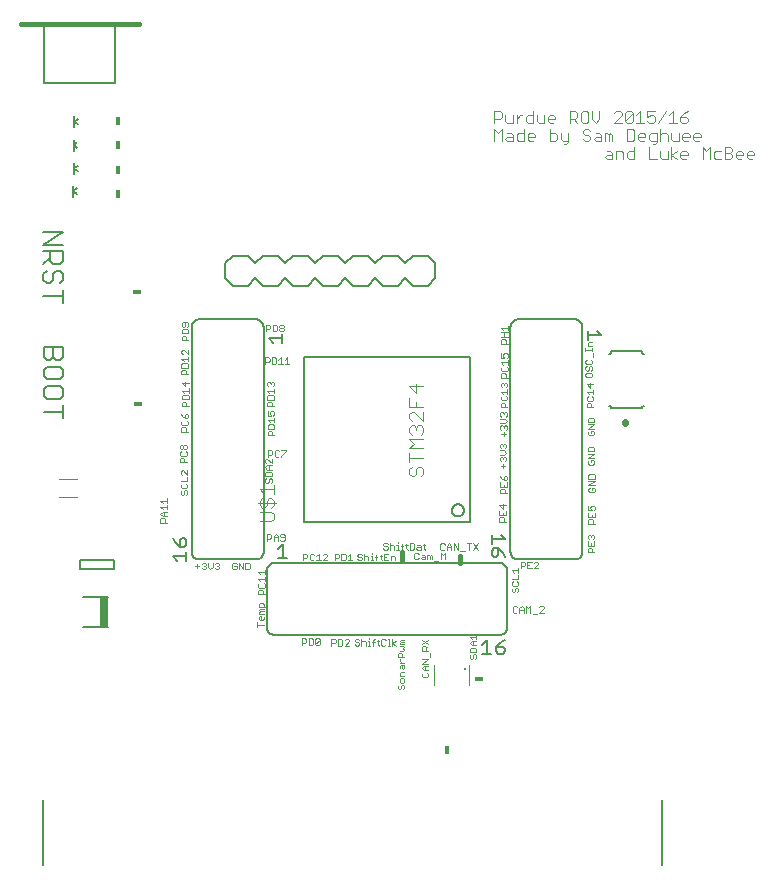
<source format=gto>
G75*
%MOIN*%
%OFA0B0*%
%FSLAX25Y25*%
%IPPOS*%
%LPD*%
%AMOC8*
5,1,8,0,0,1.08239X$1,22.5*
%
%ADD10C,0.00200*%
%ADD11C,0.01600*%
%ADD12C,0.00600*%
%ADD13C,0.00300*%
%ADD14C,0.02200*%
%ADD15C,0.00800*%
%ADD16R,0.03000X0.01800*%
%ADD17R,0.01800X0.03000*%
%ADD18C,0.00500*%
%ADD19C,0.00400*%
%ADD20C,0.00984*%
%ADD21R,0.02657X0.09646*%
D10*
X0090676Y0084418D02*
X0090676Y0085886D01*
X0090676Y0085152D02*
X0092878Y0085152D01*
X0092511Y0086628D02*
X0091777Y0086628D01*
X0091410Y0086995D01*
X0091410Y0087729D01*
X0091777Y0088096D01*
X0092144Y0088096D01*
X0092144Y0086628D01*
X0092511Y0086628D02*
X0092878Y0086995D01*
X0092878Y0087729D01*
X0092878Y0088838D02*
X0091410Y0088838D01*
X0091410Y0089205D01*
X0091777Y0089572D01*
X0091410Y0089939D01*
X0091777Y0090306D01*
X0092878Y0090306D01*
X0092878Y0089572D02*
X0091777Y0089572D01*
X0091410Y0091048D02*
X0091410Y0092149D01*
X0091777Y0092516D01*
X0092511Y0092516D01*
X0092878Y0092149D01*
X0092878Y0091048D01*
X0093612Y0091048D02*
X0091410Y0091048D01*
X0091118Y0095261D02*
X0091118Y0096362D01*
X0091485Y0096729D01*
X0092219Y0096729D01*
X0092586Y0096362D01*
X0092586Y0095261D01*
X0093320Y0095261D02*
X0091118Y0095261D01*
X0091485Y0097471D02*
X0092953Y0097471D01*
X0093320Y0097838D01*
X0093320Y0098572D01*
X0092953Y0098939D01*
X0093320Y0099681D02*
X0093320Y0101149D01*
X0093320Y0100415D02*
X0091118Y0100415D01*
X0091852Y0099681D01*
X0091485Y0098939D02*
X0091118Y0098572D01*
X0091118Y0097838D01*
X0091485Y0097471D01*
X0091852Y0101891D02*
X0091118Y0102625D01*
X0093320Y0102625D01*
X0093320Y0101891D02*
X0093320Y0103359D01*
X0088323Y0103920D02*
X0088323Y0105388D01*
X0087956Y0105755D01*
X0086855Y0105755D01*
X0086855Y0103553D01*
X0087956Y0103553D01*
X0088323Y0103920D01*
X0086113Y0103553D02*
X0086113Y0105755D01*
X0084645Y0105755D02*
X0084645Y0103553D01*
X0083904Y0103920D02*
X0083904Y0104654D01*
X0083170Y0104654D01*
X0083904Y0105388D02*
X0083537Y0105755D01*
X0082803Y0105755D01*
X0082436Y0105388D01*
X0082436Y0103920D01*
X0082803Y0103553D01*
X0083537Y0103553D01*
X0083904Y0103920D01*
X0084645Y0105755D02*
X0086113Y0103553D01*
X0078133Y0103979D02*
X0077766Y0103612D01*
X0077032Y0103612D01*
X0076665Y0103979D01*
X0075923Y0104346D02*
X0075923Y0105814D01*
X0076665Y0105447D02*
X0077032Y0105814D01*
X0077766Y0105814D01*
X0078133Y0105447D01*
X0078133Y0105080D01*
X0077766Y0104713D01*
X0078133Y0104346D01*
X0078133Y0103979D01*
X0077766Y0104713D02*
X0077399Y0104713D01*
X0075923Y0104346D02*
X0075189Y0103612D01*
X0074455Y0104346D01*
X0074455Y0105814D01*
X0073713Y0105447D02*
X0073713Y0105080D01*
X0073346Y0104713D01*
X0073713Y0104346D01*
X0073713Y0103979D01*
X0073346Y0103612D01*
X0072612Y0103612D01*
X0072245Y0103979D01*
X0072979Y0104713D02*
X0073346Y0104713D01*
X0073713Y0105447D02*
X0073346Y0105814D01*
X0072612Y0105814D01*
X0072245Y0105447D01*
X0071503Y0104713D02*
X0070035Y0104713D01*
X0070769Y0105447D02*
X0070769Y0103979D01*
X0060703Y0119160D02*
X0058501Y0119160D01*
X0058501Y0120261D01*
X0058868Y0120628D01*
X0059602Y0120628D01*
X0059969Y0120261D01*
X0059969Y0119160D01*
X0059602Y0121370D02*
X0059602Y0122838D01*
X0059235Y0122838D02*
X0060703Y0122838D01*
X0060703Y0123580D02*
X0060703Y0125048D01*
X0060703Y0124314D02*
X0058501Y0124314D01*
X0059235Y0123580D01*
X0059235Y0122838D02*
X0058501Y0122104D01*
X0059235Y0121370D01*
X0060703Y0121370D01*
X0060703Y0125790D02*
X0060703Y0127258D01*
X0060703Y0126524D02*
X0058501Y0126524D01*
X0059235Y0125790D01*
X0065253Y0128829D02*
X0065620Y0128462D01*
X0065987Y0128462D01*
X0066354Y0128829D01*
X0066354Y0129563D01*
X0066721Y0129930D01*
X0067088Y0129930D01*
X0067455Y0129563D01*
X0067455Y0128829D01*
X0067088Y0128462D01*
X0065253Y0128829D02*
X0065253Y0129563D01*
X0065620Y0129930D01*
X0065620Y0130672D02*
X0067088Y0130672D01*
X0067455Y0131039D01*
X0067455Y0131773D01*
X0067088Y0132140D01*
X0067455Y0132882D02*
X0067455Y0134349D01*
X0067455Y0135091D02*
X0065987Y0136559D01*
X0065620Y0136559D01*
X0065253Y0136192D01*
X0065253Y0135458D01*
X0065620Y0135091D01*
X0067455Y0135091D02*
X0067455Y0136559D01*
X0067265Y0139227D02*
X0065063Y0139227D01*
X0065063Y0140328D01*
X0065430Y0140695D01*
X0066164Y0140695D01*
X0066531Y0140328D01*
X0066531Y0139227D01*
X0066898Y0141437D02*
X0067265Y0141804D01*
X0067265Y0142538D01*
X0066898Y0142905D01*
X0066898Y0143647D02*
X0066531Y0143647D01*
X0066164Y0144014D01*
X0066164Y0144748D01*
X0066531Y0145115D01*
X0066898Y0145115D01*
X0067265Y0144748D01*
X0067265Y0144014D01*
X0066898Y0143647D01*
X0066164Y0144014D02*
X0065797Y0143647D01*
X0065430Y0143647D01*
X0065063Y0144014D01*
X0065063Y0144748D01*
X0065430Y0145115D01*
X0065797Y0145115D01*
X0066164Y0144748D01*
X0065430Y0142905D02*
X0065063Y0142538D01*
X0065063Y0141804D01*
X0065430Y0141437D01*
X0066898Y0141437D01*
X0066924Y0149491D02*
X0066924Y0150592D01*
X0066557Y0150959D01*
X0065823Y0150959D01*
X0065456Y0150592D01*
X0065456Y0149491D01*
X0067658Y0149491D01*
X0067291Y0151701D02*
X0067658Y0152068D01*
X0067658Y0152802D01*
X0067291Y0153169D01*
X0067291Y0153911D02*
X0067658Y0154278D01*
X0067658Y0155012D01*
X0067291Y0155379D01*
X0066924Y0155379D01*
X0066557Y0155012D01*
X0066557Y0153911D01*
X0067291Y0153911D01*
X0066557Y0153911D02*
X0065823Y0154645D01*
X0065456Y0155379D01*
X0065823Y0153169D02*
X0065456Y0152802D01*
X0065456Y0152068D01*
X0065823Y0151701D01*
X0067291Y0151701D01*
X0067191Y0158038D02*
X0067191Y0159139D01*
X0066824Y0159506D01*
X0066091Y0159506D01*
X0065724Y0159139D01*
X0065724Y0158038D01*
X0067925Y0158038D01*
X0067925Y0160248D02*
X0065724Y0160248D01*
X0065724Y0161349D01*
X0066091Y0161716D01*
X0067558Y0161716D01*
X0067925Y0161349D01*
X0067925Y0160248D01*
X0067925Y0162458D02*
X0067925Y0163926D01*
X0067925Y0163192D02*
X0065724Y0163192D01*
X0066457Y0162458D01*
X0066824Y0164668D02*
X0066824Y0166136D01*
X0065724Y0165769D02*
X0066824Y0164668D01*
X0065724Y0165769D02*
X0067925Y0165769D01*
X0067731Y0168632D02*
X0065529Y0168632D01*
X0065529Y0169733D01*
X0065896Y0170100D01*
X0066630Y0170100D01*
X0066997Y0169733D01*
X0066997Y0168632D01*
X0067731Y0170842D02*
X0065529Y0170842D01*
X0065529Y0171943D01*
X0065896Y0172310D01*
X0067364Y0172310D01*
X0067731Y0171943D01*
X0067731Y0170842D01*
X0067731Y0173052D02*
X0067731Y0174520D01*
X0067731Y0173786D02*
X0065529Y0173786D01*
X0066263Y0173052D01*
X0065896Y0175262D02*
X0065529Y0175629D01*
X0065529Y0176362D01*
X0065896Y0176729D01*
X0066263Y0176729D01*
X0067731Y0175262D01*
X0067731Y0176729D01*
X0067780Y0180035D02*
X0065578Y0180035D01*
X0065578Y0181136D01*
X0065945Y0181503D01*
X0066679Y0181503D01*
X0067046Y0181136D01*
X0067046Y0180035D01*
X0067780Y0182245D02*
X0065578Y0182245D01*
X0065578Y0183346D01*
X0065945Y0183713D01*
X0067413Y0183713D01*
X0067780Y0183346D01*
X0067780Y0182245D01*
X0067413Y0184455D02*
X0067780Y0184822D01*
X0067780Y0185556D01*
X0067413Y0185923D01*
X0065945Y0185923D01*
X0065578Y0185556D01*
X0065578Y0184822D01*
X0065945Y0184455D01*
X0066312Y0184455D01*
X0066679Y0184822D01*
X0066679Y0185923D01*
X0093424Y0174227D02*
X0094525Y0174227D01*
X0094892Y0173860D01*
X0094892Y0173126D01*
X0094525Y0172759D01*
X0093424Y0172759D01*
X0093424Y0172025D02*
X0093424Y0174227D01*
X0095634Y0174227D02*
X0096735Y0174227D01*
X0097102Y0173860D01*
X0097102Y0172392D01*
X0096735Y0172025D01*
X0095634Y0172025D01*
X0095634Y0174227D01*
X0097844Y0173493D02*
X0098578Y0174227D01*
X0098578Y0172025D01*
X0097844Y0172025D02*
X0099312Y0172025D01*
X0100054Y0172025D02*
X0101522Y0172025D01*
X0100788Y0172025D02*
X0100788Y0174227D01*
X0100054Y0173493D01*
X0095948Y0166053D02*
X0096315Y0165686D01*
X0096315Y0164952D01*
X0095948Y0164585D01*
X0096315Y0163843D02*
X0096315Y0162375D01*
X0096315Y0163109D02*
X0094113Y0163109D01*
X0094847Y0162375D01*
X0094480Y0161633D02*
X0094113Y0161266D01*
X0094113Y0160165D01*
X0096315Y0160165D01*
X0096315Y0161266D01*
X0095948Y0161633D01*
X0094480Y0161633D01*
X0094480Y0159423D02*
X0095214Y0159423D01*
X0095581Y0159056D01*
X0095581Y0157955D01*
X0096315Y0157955D02*
X0094113Y0157955D01*
X0094113Y0159056D01*
X0094480Y0159423D01*
X0094269Y0156324D02*
X0094269Y0154856D01*
X0095370Y0154856D01*
X0095003Y0155590D01*
X0095003Y0155957D01*
X0095370Y0156324D01*
X0096104Y0156324D01*
X0096471Y0155957D01*
X0096471Y0155223D01*
X0096104Y0154856D01*
X0096471Y0154114D02*
X0096471Y0152646D01*
X0096471Y0153380D02*
X0094269Y0153380D01*
X0095003Y0152646D01*
X0094636Y0151904D02*
X0094269Y0151537D01*
X0094269Y0150436D01*
X0096471Y0150436D01*
X0096471Y0151537D01*
X0096104Y0151904D01*
X0094636Y0151904D01*
X0094636Y0149694D02*
X0095370Y0149694D01*
X0095737Y0149327D01*
X0095737Y0148226D01*
X0096471Y0148226D02*
X0094269Y0148226D01*
X0094269Y0149327D01*
X0094636Y0149694D01*
X0094350Y0143250D02*
X0095451Y0143250D01*
X0095818Y0142883D01*
X0095818Y0142149D01*
X0095451Y0141782D01*
X0094350Y0141782D01*
X0094350Y0141048D02*
X0094350Y0143250D01*
X0096560Y0142883D02*
X0096560Y0141415D01*
X0096927Y0141048D01*
X0097661Y0141048D01*
X0098028Y0141415D01*
X0098770Y0141415D02*
X0100237Y0142883D01*
X0100237Y0143250D01*
X0098770Y0143250D01*
X0098028Y0142883D02*
X0097661Y0143250D01*
X0096927Y0143250D01*
X0096560Y0142883D01*
X0095665Y0140525D02*
X0095665Y0139057D01*
X0094197Y0140525D01*
X0093830Y0140525D01*
X0093463Y0140158D01*
X0093463Y0139424D01*
X0093830Y0139057D01*
X0094197Y0138315D02*
X0095665Y0138315D01*
X0094564Y0138315D02*
X0094564Y0136847D01*
X0094197Y0136847D02*
X0093463Y0137581D01*
X0094197Y0138315D01*
X0094197Y0136847D02*
X0095665Y0136847D01*
X0095298Y0136105D02*
X0093830Y0136105D01*
X0093463Y0135739D01*
X0093463Y0134638D01*
X0095665Y0134638D01*
X0095665Y0135739D01*
X0095298Y0136105D01*
X0095298Y0133896D02*
X0095665Y0133529D01*
X0095665Y0132795D01*
X0095298Y0132428D01*
X0094564Y0132795D02*
X0094564Y0133529D01*
X0094931Y0133896D01*
X0095298Y0133896D01*
X0094564Y0132795D02*
X0094197Y0132428D01*
X0093830Y0132428D01*
X0093463Y0132795D01*
X0093463Y0133529D01*
X0093830Y0133896D01*
X0098770Y0141048D02*
X0098770Y0141415D01*
X0094480Y0164585D02*
X0094113Y0164952D01*
X0094113Y0165686D01*
X0094480Y0166053D01*
X0094847Y0166053D01*
X0095214Y0165686D01*
X0095581Y0166053D01*
X0095948Y0166053D01*
X0095214Y0165686D02*
X0095214Y0165319D01*
X0095927Y0182909D02*
X0097028Y0182909D01*
X0097394Y0183276D01*
X0097394Y0184744D01*
X0097028Y0185111D01*
X0095927Y0185111D01*
X0095927Y0182909D01*
X0095185Y0184010D02*
X0094818Y0183643D01*
X0093717Y0183643D01*
X0093717Y0182909D02*
X0093717Y0185111D01*
X0094818Y0185111D01*
X0095185Y0184744D01*
X0095185Y0184010D01*
X0098136Y0183643D02*
X0098503Y0184010D01*
X0099237Y0184010D01*
X0099604Y0183643D01*
X0099604Y0183276D01*
X0099237Y0182909D01*
X0098503Y0182909D01*
X0098136Y0183276D01*
X0098136Y0183643D01*
X0098503Y0184010D02*
X0098136Y0184377D01*
X0098136Y0184744D01*
X0098503Y0185111D01*
X0099237Y0185111D01*
X0099604Y0184744D01*
X0099604Y0184377D01*
X0099237Y0184010D01*
X0067455Y0132882D02*
X0065253Y0132882D01*
X0065620Y0132140D02*
X0065253Y0131773D01*
X0065253Y0131039D01*
X0065620Y0130672D01*
X0094010Y0115338D02*
X0094010Y0113136D01*
X0094010Y0113870D02*
X0095111Y0113870D01*
X0095478Y0114237D01*
X0095478Y0114971D01*
X0095111Y0115338D01*
X0094010Y0115338D01*
X0096219Y0114604D02*
X0096219Y0113136D01*
X0096219Y0114237D02*
X0097687Y0114237D01*
X0097687Y0114604D02*
X0097687Y0113136D01*
X0098429Y0113503D02*
X0098796Y0113136D01*
X0099530Y0113136D01*
X0099897Y0113503D01*
X0099897Y0114971D01*
X0099530Y0115338D01*
X0098796Y0115338D01*
X0098429Y0114971D01*
X0098429Y0114604D01*
X0098796Y0114237D01*
X0099897Y0114237D01*
X0097687Y0114604D02*
X0096953Y0115338D01*
X0096219Y0114604D01*
X0106057Y0108874D02*
X0106057Y0106672D01*
X0106057Y0107406D02*
X0107158Y0107406D01*
X0107525Y0107773D01*
X0107525Y0108507D01*
X0107158Y0108874D01*
X0106057Y0108874D01*
X0108267Y0108507D02*
X0108267Y0107039D01*
X0108634Y0106672D01*
X0109368Y0106672D01*
X0109735Y0107039D01*
X0110477Y0106672D02*
X0111945Y0106672D01*
X0111211Y0106672D02*
X0111211Y0108874D01*
X0110477Y0108140D01*
X0109735Y0108507D02*
X0109368Y0108874D01*
X0108634Y0108874D01*
X0108267Y0108507D01*
X0112687Y0108507D02*
X0113054Y0108874D01*
X0113788Y0108874D01*
X0114155Y0108507D01*
X0114155Y0108140D01*
X0112687Y0106672D01*
X0114155Y0106672D01*
X0116581Y0106609D02*
X0116581Y0108811D01*
X0117682Y0108811D01*
X0118049Y0108444D01*
X0118049Y0107710D01*
X0117682Y0107343D01*
X0116581Y0107343D01*
X0118791Y0106609D02*
X0118791Y0108811D01*
X0119892Y0108811D01*
X0120259Y0108444D01*
X0120259Y0106976D01*
X0119892Y0106609D01*
X0118791Y0106609D01*
X0121001Y0106609D02*
X0122469Y0106609D01*
X0121735Y0106609D02*
X0121735Y0108811D01*
X0121001Y0108077D01*
X0124175Y0108077D02*
X0124542Y0107710D01*
X0125276Y0107710D01*
X0125643Y0107343D01*
X0125643Y0106976D01*
X0125276Y0106609D01*
X0124542Y0106609D01*
X0124175Y0106976D01*
X0124175Y0108077D02*
X0124175Y0108444D01*
X0124542Y0108811D01*
X0125276Y0108811D01*
X0125643Y0108444D01*
X0126385Y0108811D02*
X0126385Y0106609D01*
X0126385Y0107710D02*
X0126752Y0108077D01*
X0127486Y0108077D01*
X0127852Y0107710D01*
X0127852Y0106609D01*
X0128594Y0106609D02*
X0129328Y0106609D01*
X0128961Y0106609D02*
X0128961Y0108077D01*
X0128594Y0108077D01*
X0128961Y0108811D02*
X0128961Y0109178D01*
X0130435Y0108444D02*
X0130435Y0106609D01*
X0130068Y0107710D02*
X0130802Y0107710D01*
X0130435Y0108444D02*
X0130802Y0108811D01*
X0131541Y0108077D02*
X0132275Y0108077D01*
X0131908Y0108444D02*
X0131908Y0106976D01*
X0132275Y0106609D01*
X0133014Y0106609D02*
X0133014Y0108811D01*
X0134482Y0108811D01*
X0135224Y0108077D02*
X0135224Y0106609D01*
X0134482Y0106609D02*
X0133014Y0106609D01*
X0133014Y0107710D02*
X0133748Y0107710D01*
X0135224Y0108077D02*
X0136325Y0108077D01*
X0136692Y0107710D01*
X0136692Y0106609D01*
X0136450Y0110205D02*
X0136450Y0111305D01*
X0136083Y0111672D01*
X0135349Y0111672D01*
X0134982Y0111305D01*
X0134240Y0110938D02*
X0134240Y0110571D01*
X0133873Y0110205D01*
X0133139Y0110205D01*
X0132772Y0110571D01*
X0133139Y0111305D02*
X0133873Y0111305D01*
X0134240Y0110938D01*
X0134982Y0110205D02*
X0134982Y0112406D01*
X0134240Y0112039D02*
X0133873Y0112406D01*
X0133139Y0112406D01*
X0132772Y0112039D01*
X0132772Y0111672D01*
X0133139Y0111305D01*
X0137192Y0111672D02*
X0137559Y0111672D01*
X0137559Y0110205D01*
X0137192Y0110205D02*
X0137926Y0110205D01*
X0139032Y0110205D02*
X0139032Y0112039D01*
X0139399Y0112406D01*
X0140138Y0111672D02*
X0140872Y0111672D01*
X0140505Y0112039D02*
X0140505Y0110571D01*
X0140872Y0110205D01*
X0141612Y0110205D02*
X0142712Y0110205D01*
X0143079Y0110571D01*
X0143079Y0112039D01*
X0142712Y0112406D01*
X0141612Y0112406D01*
X0141612Y0110205D01*
X0143087Y0108738D02*
X0143087Y0107270D01*
X0143454Y0106903D01*
X0144188Y0106903D01*
X0144555Y0107270D01*
X0145297Y0107270D02*
X0145664Y0107637D01*
X0146765Y0107637D01*
X0146765Y0108004D02*
X0146765Y0106903D01*
X0145664Y0106903D01*
X0145297Y0107270D01*
X0145664Y0108371D02*
X0146398Y0108371D01*
X0146765Y0108004D01*
X0147507Y0108371D02*
X0147874Y0108371D01*
X0148241Y0108004D01*
X0148608Y0108371D01*
X0148975Y0108004D01*
X0148975Y0106903D01*
X0148241Y0106903D02*
X0148241Y0108004D01*
X0147507Y0108371D02*
X0147507Y0106903D01*
X0149717Y0106536D02*
X0151185Y0106536D01*
X0151927Y0106903D02*
X0151927Y0109105D01*
X0152661Y0108371D01*
X0153395Y0109105D01*
X0153395Y0106903D01*
X0152886Y0110018D02*
X0153253Y0110385D01*
X0152886Y0110018D02*
X0152152Y0110018D01*
X0151785Y0110385D01*
X0151785Y0111853D01*
X0152152Y0112220D01*
X0152886Y0112220D01*
X0153253Y0111853D01*
X0153995Y0111486D02*
X0153995Y0110018D01*
X0153995Y0111119D02*
X0155463Y0111119D01*
X0155463Y0111486D02*
X0155463Y0110018D01*
X0156205Y0110018D02*
X0156205Y0112220D01*
X0157673Y0110018D01*
X0157673Y0112220D01*
X0155463Y0111486D02*
X0154729Y0112220D01*
X0153995Y0111486D01*
X0158415Y0109651D02*
X0159883Y0109651D01*
X0161359Y0110018D02*
X0161359Y0112220D01*
X0160625Y0112220D02*
X0162093Y0112220D01*
X0162834Y0112220D02*
X0164302Y0110018D01*
X0162834Y0110018D02*
X0164302Y0112220D01*
X0171452Y0119441D02*
X0171452Y0120542D01*
X0171819Y0120909D01*
X0172553Y0120909D01*
X0172920Y0120542D01*
X0172920Y0119441D01*
X0173654Y0119441D02*
X0171452Y0119441D01*
X0171452Y0121650D02*
X0173654Y0121650D01*
X0173654Y0123118D01*
X0172553Y0122384D02*
X0172553Y0121650D01*
X0171452Y0121650D02*
X0171452Y0123118D01*
X0172553Y0123860D02*
X0171452Y0124961D01*
X0173654Y0124961D01*
X0172553Y0125328D02*
X0172553Y0123860D01*
X0173243Y0128883D02*
X0173243Y0129984D01*
X0172876Y0130351D01*
X0172142Y0130351D01*
X0171775Y0129984D01*
X0171775Y0128883D01*
X0173977Y0128883D01*
X0173977Y0131093D02*
X0173977Y0132561D01*
X0173610Y0133303D02*
X0173977Y0133670D01*
X0173977Y0134404D01*
X0173610Y0134771D01*
X0173243Y0134771D01*
X0172876Y0134404D01*
X0172876Y0133303D01*
X0173610Y0133303D01*
X0172876Y0133303D02*
X0172142Y0134037D01*
X0171775Y0134771D01*
X0171775Y0132561D02*
X0171775Y0131093D01*
X0173977Y0131093D01*
X0172876Y0131093D02*
X0172876Y0131827D01*
X0172735Y0137358D02*
X0172735Y0138826D01*
X0172001Y0138092D02*
X0173469Y0138092D01*
X0173469Y0139568D02*
X0173836Y0139935D01*
X0173836Y0140669D01*
X0173469Y0141036D01*
X0173102Y0141036D01*
X0172735Y0140669D01*
X0172735Y0140302D01*
X0172735Y0140669D02*
X0172368Y0141036D01*
X0172001Y0141036D01*
X0171634Y0140669D01*
X0171634Y0139935D01*
X0172001Y0139568D01*
X0171634Y0141778D02*
X0173102Y0141778D01*
X0173836Y0142512D01*
X0173102Y0143246D01*
X0171634Y0143246D01*
X0172001Y0143988D02*
X0171634Y0144355D01*
X0171634Y0145089D01*
X0172001Y0145456D01*
X0172368Y0145456D01*
X0172735Y0145089D01*
X0173102Y0145456D01*
X0173469Y0145456D01*
X0173836Y0145089D01*
X0173836Y0144355D01*
X0173469Y0143988D01*
X0172735Y0144722D02*
X0172735Y0145089D01*
X0172885Y0147883D02*
X0172885Y0149350D01*
X0172151Y0148616D02*
X0173619Y0148616D01*
X0173619Y0150092D02*
X0173986Y0150459D01*
X0173986Y0151193D01*
X0173619Y0151560D01*
X0173252Y0151560D01*
X0172885Y0151193D01*
X0172885Y0150826D01*
X0172885Y0151193D02*
X0172518Y0151560D01*
X0172151Y0151560D01*
X0171784Y0151193D01*
X0171784Y0150459D01*
X0172151Y0150092D01*
X0171784Y0152302D02*
X0173252Y0152302D01*
X0173986Y0153036D01*
X0173252Y0153770D01*
X0171784Y0153770D01*
X0172151Y0154512D02*
X0171784Y0154879D01*
X0171784Y0155613D01*
X0172151Y0155980D01*
X0172518Y0155980D01*
X0172885Y0155613D01*
X0173252Y0155980D01*
X0173619Y0155980D01*
X0173986Y0155613D01*
X0173986Y0154879D01*
X0173619Y0154512D01*
X0172885Y0155246D02*
X0172885Y0155613D01*
X0173360Y0157681D02*
X0173360Y0158782D01*
X0172993Y0159149D01*
X0172260Y0159149D01*
X0171893Y0158782D01*
X0171893Y0157681D01*
X0174094Y0157681D01*
X0173727Y0159890D02*
X0174094Y0160257D01*
X0174094Y0160991D01*
X0173727Y0161358D01*
X0174094Y0162100D02*
X0174094Y0163568D01*
X0174094Y0162834D02*
X0171893Y0162834D01*
X0172626Y0162100D01*
X0172260Y0161358D02*
X0171893Y0160991D01*
X0171893Y0160257D01*
X0172260Y0159890D01*
X0173727Y0159890D01*
X0173727Y0164310D02*
X0174094Y0164677D01*
X0174094Y0165411D01*
X0173727Y0165778D01*
X0173360Y0165778D01*
X0172993Y0165411D01*
X0172993Y0165044D01*
X0172993Y0165411D02*
X0172626Y0165778D01*
X0172260Y0165778D01*
X0171893Y0165411D01*
X0171893Y0164677D01*
X0172260Y0164310D01*
X0172096Y0167447D02*
X0172096Y0168548D01*
X0172463Y0168915D01*
X0173197Y0168915D01*
X0173564Y0168548D01*
X0173564Y0167447D01*
X0174298Y0167447D02*
X0172096Y0167447D01*
X0172463Y0169657D02*
X0173931Y0169657D01*
X0174298Y0170024D01*
X0174298Y0170758D01*
X0173931Y0171125D01*
X0174298Y0171867D02*
X0174298Y0173335D01*
X0174298Y0172601D02*
X0172096Y0172601D01*
X0172830Y0171867D01*
X0172463Y0171125D02*
X0172096Y0170758D01*
X0172096Y0170024D01*
X0172463Y0169657D01*
X0172096Y0174077D02*
X0173197Y0174077D01*
X0172830Y0174811D01*
X0172830Y0175178D01*
X0173197Y0175545D01*
X0173931Y0175545D01*
X0174298Y0175178D01*
X0174298Y0174444D01*
X0173931Y0174077D01*
X0172096Y0174077D02*
X0172096Y0175545D01*
X0172096Y0178873D02*
X0172096Y0179974D01*
X0172463Y0180341D01*
X0173197Y0180341D01*
X0173564Y0179974D01*
X0173564Y0178873D01*
X0174298Y0178873D02*
X0172096Y0178873D01*
X0172096Y0181083D02*
X0174298Y0181083D01*
X0173197Y0181083D02*
X0173197Y0182551D01*
X0172830Y0183293D02*
X0172096Y0184027D01*
X0174298Y0184027D01*
X0174298Y0183293D02*
X0174298Y0184761D01*
X0174298Y0182551D02*
X0172096Y0182551D01*
X0200200Y0177213D02*
X0200200Y0176480D01*
X0200200Y0176847D02*
X0202402Y0176847D01*
X0202402Y0177213D02*
X0202402Y0176480D01*
X0202769Y0175738D02*
X0202769Y0174270D01*
X0202035Y0173528D02*
X0202402Y0173161D01*
X0202402Y0172427D01*
X0202035Y0172060D01*
X0200567Y0172060D01*
X0200200Y0172427D01*
X0200200Y0173161D01*
X0200567Y0173528D01*
X0200567Y0171318D02*
X0200200Y0170951D01*
X0200200Y0170217D01*
X0200567Y0169850D01*
X0200934Y0169850D01*
X0201301Y0170217D01*
X0201301Y0170951D01*
X0201668Y0171318D01*
X0202035Y0171318D01*
X0202402Y0170951D01*
X0202402Y0170217D01*
X0202035Y0169850D01*
X0202035Y0169108D02*
X0200567Y0169108D01*
X0200200Y0168741D01*
X0200200Y0168007D01*
X0200567Y0167640D01*
X0202035Y0167640D01*
X0202402Y0168007D01*
X0202402Y0168741D01*
X0202035Y0169108D01*
X0201732Y0165661D02*
X0201732Y0164193D01*
X0200631Y0165294D01*
X0202833Y0165294D01*
X0202833Y0163451D02*
X0202833Y0161983D01*
X0202833Y0162717D02*
X0200631Y0162717D01*
X0201365Y0161983D01*
X0200998Y0161241D02*
X0200631Y0160874D01*
X0200631Y0160140D01*
X0200998Y0159773D01*
X0202466Y0159773D01*
X0202833Y0160140D01*
X0202833Y0160874D01*
X0202466Y0161241D01*
X0201732Y0159031D02*
X0202099Y0158664D01*
X0202099Y0157563D01*
X0202833Y0157563D02*
X0200631Y0157563D01*
X0200631Y0158664D01*
X0200998Y0159031D01*
X0201732Y0159031D01*
X0201272Y0154108D02*
X0200905Y0153741D01*
X0200905Y0152640D01*
X0203107Y0152640D01*
X0203107Y0153741D01*
X0202740Y0154108D01*
X0201272Y0154108D01*
X0200905Y0151898D02*
X0203107Y0151898D01*
X0200905Y0150430D01*
X0203107Y0150430D01*
X0202740Y0149689D02*
X0202006Y0149689D01*
X0202006Y0148955D01*
X0201272Y0149689D02*
X0200905Y0149322D01*
X0200905Y0148588D01*
X0201272Y0148221D01*
X0202740Y0148221D01*
X0203107Y0148588D01*
X0203107Y0149322D01*
X0202740Y0149689D01*
X0202740Y0144413D02*
X0201272Y0144413D01*
X0200905Y0144046D01*
X0200905Y0142945D01*
X0203107Y0142945D01*
X0203107Y0144046D01*
X0202740Y0144413D01*
X0203107Y0142203D02*
X0200905Y0142203D01*
X0200905Y0140735D02*
X0203107Y0142203D01*
X0203107Y0140735D02*
X0200905Y0140735D01*
X0201272Y0139993D02*
X0200905Y0139626D01*
X0200905Y0138892D01*
X0201272Y0138525D01*
X0202740Y0138525D01*
X0203107Y0138892D01*
X0203107Y0139626D01*
X0202740Y0139993D01*
X0202006Y0139993D01*
X0202006Y0139259D01*
X0201552Y0135276D02*
X0201185Y0134909D01*
X0201185Y0133808D01*
X0203387Y0133808D01*
X0203387Y0134909D01*
X0203020Y0135276D01*
X0201552Y0135276D01*
X0201185Y0133066D02*
X0203387Y0133066D01*
X0201185Y0131598D01*
X0203387Y0131598D01*
X0203020Y0130857D02*
X0202286Y0130857D01*
X0202286Y0130123D01*
X0203020Y0130857D02*
X0203387Y0130490D01*
X0203387Y0129756D01*
X0203020Y0129389D01*
X0201552Y0129389D01*
X0201185Y0129756D01*
X0201185Y0130490D01*
X0201552Y0130857D01*
X0201117Y0124701D02*
X0201117Y0123233D01*
X0202218Y0123233D01*
X0201851Y0123967D01*
X0201851Y0124334D01*
X0202218Y0124701D01*
X0202952Y0124701D01*
X0203319Y0124334D01*
X0203319Y0123600D01*
X0202952Y0123233D01*
X0203319Y0122491D02*
X0203319Y0121023D01*
X0201117Y0121023D01*
X0201117Y0122491D01*
X0202218Y0121757D02*
X0202218Y0121023D01*
X0202218Y0120282D02*
X0202585Y0119915D01*
X0202585Y0118814D01*
X0203319Y0118814D02*
X0201117Y0118814D01*
X0201117Y0119915D01*
X0201484Y0120282D01*
X0202218Y0120282D01*
X0202373Y0115175D02*
X0202740Y0115175D01*
X0203107Y0114808D01*
X0203107Y0114074D01*
X0202740Y0113707D01*
X0203107Y0112965D02*
X0203107Y0111497D01*
X0200905Y0111497D01*
X0200905Y0112965D01*
X0201272Y0113707D02*
X0200905Y0114074D01*
X0200905Y0114808D01*
X0201272Y0115175D01*
X0201639Y0115175D01*
X0202006Y0114808D01*
X0202373Y0115175D01*
X0202006Y0114808D02*
X0202006Y0114441D01*
X0202006Y0112231D02*
X0202006Y0111497D01*
X0202006Y0110755D02*
X0202373Y0110388D01*
X0202373Y0109287D01*
X0203107Y0109287D02*
X0200905Y0109287D01*
X0200905Y0110388D01*
X0201272Y0110755D01*
X0202006Y0110755D01*
X0184476Y0105813D02*
X0184109Y0106180D01*
X0183375Y0106180D01*
X0183008Y0105813D01*
X0182266Y0106180D02*
X0180798Y0106180D01*
X0180798Y0103978D01*
X0182266Y0103978D01*
X0183008Y0103978D02*
X0184476Y0105446D01*
X0184476Y0105813D01*
X0184476Y0103978D02*
X0183008Y0103978D01*
X0181532Y0105079D02*
X0180798Y0105079D01*
X0180056Y0105079D02*
X0179689Y0104712D01*
X0178588Y0104712D01*
X0178588Y0103978D02*
X0178588Y0106180D01*
X0179689Y0106180D01*
X0180056Y0105813D01*
X0180056Y0105079D01*
X0177855Y0103984D02*
X0177855Y0102516D01*
X0177855Y0103250D02*
X0175654Y0103250D01*
X0176388Y0102516D01*
X0177855Y0101774D02*
X0177855Y0100306D01*
X0175654Y0100306D01*
X0176021Y0099564D02*
X0175654Y0099197D01*
X0175654Y0098463D01*
X0176021Y0098096D01*
X0177489Y0098096D01*
X0177855Y0098463D01*
X0177855Y0099197D01*
X0177489Y0099564D01*
X0177489Y0097355D02*
X0177855Y0096988D01*
X0177855Y0096254D01*
X0177489Y0095887D01*
X0176755Y0096254D02*
X0176755Y0096988D01*
X0177122Y0097355D01*
X0177489Y0097355D01*
X0176755Y0096254D02*
X0176388Y0095887D01*
X0176021Y0095887D01*
X0175654Y0096254D01*
X0175654Y0096988D01*
X0176021Y0097355D01*
X0176307Y0091297D02*
X0175940Y0090930D01*
X0175940Y0089462D01*
X0176307Y0089095D01*
X0177041Y0089095D01*
X0177408Y0089462D01*
X0178150Y0089095D02*
X0178150Y0090563D01*
X0178884Y0091297D01*
X0179618Y0090563D01*
X0179618Y0089095D01*
X0180360Y0089095D02*
X0180360Y0091297D01*
X0181094Y0090563D01*
X0181828Y0091297D01*
X0181828Y0089095D01*
X0182570Y0088728D02*
X0184037Y0088728D01*
X0184779Y0089095D02*
X0186247Y0090563D01*
X0186247Y0090930D01*
X0185880Y0091297D01*
X0185146Y0091297D01*
X0184779Y0090930D01*
X0184779Y0089095D02*
X0186247Y0089095D01*
X0179618Y0090196D02*
X0178150Y0090196D01*
X0177408Y0090930D02*
X0177041Y0091297D01*
X0176307Y0091297D01*
X0163860Y0081889D02*
X0163860Y0080421D01*
X0163860Y0081155D02*
X0161659Y0081155D01*
X0162392Y0080421D01*
X0162392Y0079679D02*
X0163860Y0079679D01*
X0162759Y0079679D02*
X0162759Y0078212D01*
X0162392Y0078212D02*
X0161659Y0078946D01*
X0162392Y0079679D01*
X0162392Y0078212D02*
X0163860Y0078212D01*
X0163493Y0077470D02*
X0163860Y0077103D01*
X0163860Y0076002D01*
X0161659Y0076002D01*
X0161659Y0077103D01*
X0162026Y0077470D01*
X0163493Y0077470D01*
X0163493Y0075260D02*
X0163860Y0074893D01*
X0163860Y0074159D01*
X0163493Y0073792D01*
X0162759Y0074159D02*
X0162759Y0074893D01*
X0163126Y0075260D01*
X0163493Y0075260D01*
X0162759Y0074159D02*
X0162392Y0073792D01*
X0162026Y0073792D01*
X0161659Y0074159D01*
X0161659Y0074893D01*
X0162026Y0075260D01*
X0148204Y0075786D02*
X0148204Y0074319D01*
X0147837Y0073577D02*
X0145635Y0072109D01*
X0147837Y0072109D01*
X0147837Y0071367D02*
X0146369Y0071367D01*
X0145635Y0070633D01*
X0146369Y0069899D01*
X0147837Y0069899D01*
X0147470Y0069157D02*
X0147837Y0068790D01*
X0147837Y0068056D01*
X0147470Y0067689D01*
X0146002Y0067689D01*
X0145635Y0068056D01*
X0145635Y0068790D01*
X0146002Y0069157D01*
X0146736Y0069899D02*
X0146736Y0071367D01*
X0147837Y0073577D02*
X0145635Y0073577D01*
X0145635Y0076528D02*
X0145635Y0077629D01*
X0146002Y0077996D01*
X0146736Y0077996D01*
X0147103Y0077629D01*
X0147103Y0076528D01*
X0147837Y0076528D02*
X0145635Y0076528D01*
X0147103Y0077262D02*
X0147837Y0077996D01*
X0147837Y0078738D02*
X0145635Y0080206D01*
X0145635Y0078738D02*
X0147837Y0080206D01*
X0139821Y0080184D02*
X0138720Y0080184D01*
X0138353Y0079817D01*
X0138720Y0079450D01*
X0139821Y0079450D01*
X0139821Y0078716D02*
X0138353Y0078716D01*
X0138353Y0079083D01*
X0138720Y0079450D01*
X0138353Y0077974D02*
X0139454Y0077974D01*
X0139821Y0077607D01*
X0139454Y0077240D01*
X0139821Y0076873D01*
X0139454Y0076506D01*
X0138353Y0076506D01*
X0137987Y0075765D02*
X0138720Y0075765D01*
X0139087Y0075398D01*
X0139087Y0074297D01*
X0139821Y0074297D02*
X0137620Y0074297D01*
X0137620Y0075398D01*
X0137987Y0075765D01*
X0138353Y0073556D02*
X0138353Y0073189D01*
X0139087Y0072455D01*
X0139821Y0072455D02*
X0138353Y0072455D01*
X0138720Y0071713D02*
X0139821Y0071713D01*
X0139821Y0070612D01*
X0139454Y0070245D01*
X0139087Y0070612D01*
X0139087Y0071713D01*
X0138720Y0071713D02*
X0138353Y0071346D01*
X0138353Y0070612D01*
X0138720Y0069503D02*
X0139821Y0069503D01*
X0138720Y0069503D02*
X0138353Y0069136D01*
X0138353Y0068035D01*
X0139821Y0068035D01*
X0139454Y0067293D02*
X0138720Y0067293D01*
X0138353Y0066926D01*
X0138353Y0066192D01*
X0138720Y0065825D01*
X0139454Y0065825D01*
X0139821Y0066192D01*
X0139821Y0066926D01*
X0139454Y0067293D01*
X0139454Y0065083D02*
X0139821Y0064716D01*
X0139821Y0063982D01*
X0139454Y0063616D01*
X0138720Y0063982D02*
X0138353Y0063616D01*
X0137987Y0063616D01*
X0137620Y0063982D01*
X0137620Y0064716D01*
X0137987Y0065083D01*
X0138720Y0064716D02*
X0139087Y0065083D01*
X0139454Y0065083D01*
X0138720Y0064716D02*
X0138720Y0063982D01*
X0136873Y0078183D02*
X0135772Y0078917D01*
X0136873Y0079651D01*
X0135772Y0080385D02*
X0135772Y0078183D01*
X0135033Y0078183D02*
X0134299Y0078183D01*
X0134666Y0078183D02*
X0134666Y0080385D01*
X0134299Y0080385D01*
X0133557Y0080018D02*
X0133190Y0080385D01*
X0132456Y0080385D01*
X0132089Y0080018D01*
X0132089Y0078550D01*
X0132456Y0078183D01*
X0133190Y0078183D01*
X0133557Y0078550D01*
X0131350Y0078183D02*
X0130983Y0078550D01*
X0130983Y0080018D01*
X0130616Y0079651D02*
X0131350Y0079651D01*
X0129877Y0079284D02*
X0129143Y0079284D01*
X0129510Y0080018D02*
X0129877Y0080385D01*
X0129510Y0080018D02*
X0129510Y0078183D01*
X0128404Y0078183D02*
X0127670Y0078183D01*
X0128037Y0078183D02*
X0128037Y0079651D01*
X0127670Y0079651D01*
X0128037Y0080385D02*
X0128037Y0080752D01*
X0126928Y0079284D02*
X0126928Y0078183D01*
X0126928Y0079284D02*
X0126561Y0079651D01*
X0125827Y0079651D01*
X0125460Y0079284D01*
X0124718Y0078917D02*
X0124718Y0078550D01*
X0124351Y0078183D01*
X0123617Y0078183D01*
X0123250Y0078550D01*
X0123617Y0079284D02*
X0124351Y0079284D01*
X0124718Y0078917D01*
X0125460Y0078183D02*
X0125460Y0080385D01*
X0124718Y0080018D02*
X0124351Y0080385D01*
X0123617Y0080385D01*
X0123250Y0080018D01*
X0123250Y0079651D01*
X0123617Y0079284D01*
X0121411Y0079632D02*
X0119943Y0078164D01*
X0121411Y0078164D01*
X0121411Y0079632D02*
X0121411Y0079999D01*
X0121044Y0080366D01*
X0120310Y0080366D01*
X0119943Y0079999D01*
X0119201Y0079999D02*
X0118834Y0080366D01*
X0117733Y0080366D01*
X0117733Y0078164D01*
X0118834Y0078164D01*
X0119201Y0078531D01*
X0119201Y0079999D01*
X0116992Y0079999D02*
X0116992Y0079265D01*
X0116625Y0078898D01*
X0115524Y0078898D01*
X0115524Y0078164D02*
X0115524Y0080366D01*
X0116625Y0080366D01*
X0116992Y0079999D01*
X0111595Y0080198D02*
X0110127Y0078730D01*
X0110494Y0078363D01*
X0111228Y0078363D01*
X0111595Y0078730D01*
X0111595Y0080198D01*
X0111228Y0080565D01*
X0110494Y0080565D01*
X0110127Y0080198D01*
X0110127Y0078730D01*
X0109385Y0078730D02*
X0109385Y0080198D01*
X0109018Y0080565D01*
X0107917Y0080565D01*
X0107917Y0078363D01*
X0109018Y0078363D01*
X0109385Y0078730D01*
X0107176Y0079464D02*
X0106809Y0079097D01*
X0105708Y0079097D01*
X0105708Y0078363D02*
X0105708Y0080565D01*
X0106809Y0080565D01*
X0107176Y0080198D01*
X0107176Y0079464D01*
X0137559Y0112406D02*
X0137559Y0112773D01*
X0138665Y0111305D02*
X0139399Y0111305D01*
X0143821Y0110571D02*
X0144188Y0110205D01*
X0145289Y0110205D01*
X0145289Y0111305D01*
X0144922Y0111672D01*
X0144188Y0111672D01*
X0144188Y0110938D02*
X0145289Y0110938D01*
X0146031Y0111672D02*
X0146765Y0111672D01*
X0146398Y0112039D02*
X0146398Y0110571D01*
X0146765Y0110205D01*
X0144555Y0108738D02*
X0144188Y0109105D01*
X0143454Y0109105D01*
X0143087Y0108738D01*
X0143821Y0110571D02*
X0144188Y0110938D01*
X0200934Y0177953D02*
X0200934Y0179054D01*
X0201301Y0179421D01*
X0202402Y0179421D01*
X0202402Y0177953D02*
X0200934Y0177953D01*
D11*
X0158502Y0108155D02*
X0158502Y0105627D01*
X0158444Y0105627D01*
X0139020Y0106507D02*
X0139020Y0109258D01*
X0051342Y0285529D02*
X0043468Y0285529D01*
X0019846Y0285529D01*
X0011972Y0285529D01*
D12*
X0019532Y0216040D02*
X0025937Y0216040D01*
X0019532Y0211769D01*
X0025937Y0211769D01*
X0025937Y0209594D02*
X0025937Y0206391D01*
X0024870Y0205324D01*
X0022735Y0205324D01*
X0021667Y0206391D01*
X0021667Y0209594D01*
X0019532Y0209594D02*
X0025937Y0209594D01*
X0021667Y0207459D02*
X0019532Y0205324D01*
X0020600Y0203149D02*
X0019532Y0202081D01*
X0019532Y0199946D01*
X0020600Y0198878D01*
X0021667Y0198878D01*
X0022735Y0199946D01*
X0022735Y0202081D01*
X0023802Y0203149D01*
X0024870Y0203149D01*
X0025937Y0202081D01*
X0025937Y0199946D01*
X0024870Y0198878D01*
X0025937Y0196703D02*
X0025937Y0192433D01*
X0025937Y0194568D02*
X0019532Y0194568D01*
X0019551Y0177634D02*
X0019551Y0174431D01*
X0020618Y0173363D01*
X0021686Y0173363D01*
X0022754Y0174431D01*
X0022754Y0177634D01*
X0025956Y0177634D02*
X0025956Y0174431D01*
X0024889Y0173363D01*
X0023821Y0173363D01*
X0022754Y0174431D01*
X0019551Y0177634D02*
X0025956Y0177634D01*
X0024889Y0171188D02*
X0020618Y0171188D01*
X0019551Y0170121D01*
X0019551Y0167985D01*
X0020618Y0166918D01*
X0024889Y0166918D01*
X0025956Y0167985D01*
X0025956Y0170121D01*
X0024889Y0171188D01*
X0024889Y0164743D02*
X0020618Y0164743D01*
X0019551Y0163675D01*
X0019551Y0161540D01*
X0020618Y0160472D01*
X0024889Y0160472D01*
X0025956Y0161540D01*
X0025956Y0163675D01*
X0024889Y0164743D01*
X0025956Y0158297D02*
X0025956Y0154027D01*
X0025956Y0156162D02*
X0019551Y0156162D01*
X0031683Y0106744D02*
X0043083Y0106744D01*
X0043083Y0103744D01*
X0031683Y0103744D01*
X0031683Y0106744D01*
X0068893Y0109436D02*
X0068893Y0184436D01*
X0068895Y0184534D01*
X0068901Y0184632D01*
X0068910Y0184730D01*
X0068924Y0184827D01*
X0068941Y0184924D01*
X0068962Y0185020D01*
X0068987Y0185115D01*
X0069015Y0185209D01*
X0069048Y0185301D01*
X0069083Y0185393D01*
X0069123Y0185483D01*
X0069165Y0185571D01*
X0069212Y0185658D01*
X0069261Y0185742D01*
X0069314Y0185825D01*
X0069370Y0185905D01*
X0069430Y0185984D01*
X0069492Y0186060D01*
X0069557Y0186133D01*
X0069625Y0186204D01*
X0069696Y0186272D01*
X0069769Y0186337D01*
X0069845Y0186399D01*
X0069924Y0186459D01*
X0070004Y0186515D01*
X0070087Y0186568D01*
X0070171Y0186617D01*
X0070258Y0186664D01*
X0070346Y0186706D01*
X0070436Y0186746D01*
X0070528Y0186781D01*
X0070620Y0186814D01*
X0070714Y0186842D01*
X0070809Y0186867D01*
X0070905Y0186888D01*
X0071002Y0186905D01*
X0071099Y0186919D01*
X0071197Y0186928D01*
X0071295Y0186934D01*
X0071393Y0186936D01*
X0090393Y0186936D01*
X0090491Y0186934D01*
X0090589Y0186928D01*
X0090687Y0186919D01*
X0090784Y0186905D01*
X0090881Y0186888D01*
X0090977Y0186867D01*
X0091072Y0186842D01*
X0091166Y0186814D01*
X0091258Y0186781D01*
X0091350Y0186746D01*
X0091440Y0186706D01*
X0091528Y0186664D01*
X0091615Y0186617D01*
X0091699Y0186568D01*
X0091782Y0186515D01*
X0091862Y0186459D01*
X0091941Y0186399D01*
X0092017Y0186337D01*
X0092090Y0186272D01*
X0092161Y0186204D01*
X0092229Y0186133D01*
X0092294Y0186060D01*
X0092356Y0185984D01*
X0092416Y0185905D01*
X0092472Y0185825D01*
X0092525Y0185742D01*
X0092574Y0185658D01*
X0092621Y0185571D01*
X0092663Y0185483D01*
X0092703Y0185393D01*
X0092738Y0185301D01*
X0092771Y0185209D01*
X0092799Y0185115D01*
X0092824Y0185020D01*
X0092845Y0184924D01*
X0092862Y0184827D01*
X0092876Y0184730D01*
X0092885Y0184632D01*
X0092891Y0184534D01*
X0092893Y0184436D01*
X0092893Y0109436D01*
X0092891Y0109338D01*
X0092885Y0109240D01*
X0092876Y0109142D01*
X0092862Y0109045D01*
X0092845Y0108948D01*
X0092824Y0108852D01*
X0092799Y0108757D01*
X0092771Y0108663D01*
X0092738Y0108571D01*
X0092703Y0108479D01*
X0092663Y0108389D01*
X0092621Y0108301D01*
X0092574Y0108214D01*
X0092525Y0108130D01*
X0092472Y0108047D01*
X0092416Y0107967D01*
X0092356Y0107888D01*
X0092294Y0107812D01*
X0092229Y0107739D01*
X0092161Y0107668D01*
X0092090Y0107600D01*
X0092017Y0107535D01*
X0091941Y0107473D01*
X0091862Y0107413D01*
X0091782Y0107357D01*
X0091699Y0107304D01*
X0091615Y0107255D01*
X0091528Y0107208D01*
X0091440Y0107166D01*
X0091350Y0107126D01*
X0091258Y0107091D01*
X0091166Y0107058D01*
X0091072Y0107030D01*
X0090977Y0107005D01*
X0090881Y0106984D01*
X0090784Y0106967D01*
X0090687Y0106953D01*
X0090589Y0106944D01*
X0090491Y0106938D01*
X0090393Y0106936D01*
X0071393Y0106936D01*
X0071295Y0106938D01*
X0071197Y0106944D01*
X0071099Y0106953D01*
X0071002Y0106967D01*
X0070905Y0106984D01*
X0070809Y0107005D01*
X0070714Y0107030D01*
X0070620Y0107058D01*
X0070528Y0107091D01*
X0070436Y0107126D01*
X0070346Y0107166D01*
X0070258Y0107208D01*
X0070171Y0107255D01*
X0070087Y0107304D01*
X0070004Y0107357D01*
X0069924Y0107413D01*
X0069845Y0107473D01*
X0069769Y0107535D01*
X0069696Y0107600D01*
X0069625Y0107668D01*
X0069557Y0107739D01*
X0069492Y0107812D01*
X0069430Y0107888D01*
X0069370Y0107967D01*
X0069314Y0108047D01*
X0069261Y0108130D01*
X0069212Y0108214D01*
X0069165Y0108301D01*
X0069123Y0108389D01*
X0069083Y0108479D01*
X0069048Y0108571D01*
X0069015Y0108663D01*
X0068987Y0108757D01*
X0068962Y0108852D01*
X0068941Y0108948D01*
X0068924Y0109045D01*
X0068910Y0109142D01*
X0068901Y0109240D01*
X0068895Y0109338D01*
X0068893Y0109436D01*
X0094043Y0103286D02*
X0094043Y0084286D01*
X0094045Y0084188D01*
X0094051Y0084090D01*
X0094060Y0083992D01*
X0094074Y0083895D01*
X0094091Y0083798D01*
X0094112Y0083702D01*
X0094137Y0083607D01*
X0094165Y0083513D01*
X0094198Y0083421D01*
X0094233Y0083329D01*
X0094273Y0083239D01*
X0094315Y0083151D01*
X0094362Y0083064D01*
X0094411Y0082980D01*
X0094464Y0082897D01*
X0094520Y0082817D01*
X0094580Y0082738D01*
X0094642Y0082662D01*
X0094707Y0082589D01*
X0094775Y0082518D01*
X0094846Y0082450D01*
X0094919Y0082385D01*
X0094995Y0082323D01*
X0095074Y0082263D01*
X0095154Y0082207D01*
X0095237Y0082154D01*
X0095321Y0082105D01*
X0095408Y0082058D01*
X0095496Y0082016D01*
X0095586Y0081976D01*
X0095678Y0081941D01*
X0095770Y0081908D01*
X0095864Y0081880D01*
X0095959Y0081855D01*
X0096055Y0081834D01*
X0096152Y0081817D01*
X0096249Y0081803D01*
X0096347Y0081794D01*
X0096445Y0081788D01*
X0096543Y0081786D01*
X0171543Y0081786D01*
X0171641Y0081788D01*
X0171739Y0081794D01*
X0171837Y0081803D01*
X0171934Y0081817D01*
X0172031Y0081834D01*
X0172127Y0081855D01*
X0172222Y0081880D01*
X0172316Y0081908D01*
X0172408Y0081941D01*
X0172500Y0081976D01*
X0172590Y0082016D01*
X0172678Y0082058D01*
X0172765Y0082105D01*
X0172849Y0082154D01*
X0172932Y0082207D01*
X0173012Y0082263D01*
X0173091Y0082323D01*
X0173167Y0082385D01*
X0173240Y0082450D01*
X0173311Y0082518D01*
X0173379Y0082589D01*
X0173444Y0082662D01*
X0173506Y0082738D01*
X0173566Y0082817D01*
X0173622Y0082897D01*
X0173675Y0082980D01*
X0173724Y0083064D01*
X0173771Y0083151D01*
X0173813Y0083239D01*
X0173853Y0083329D01*
X0173888Y0083421D01*
X0173921Y0083513D01*
X0173949Y0083607D01*
X0173974Y0083702D01*
X0173995Y0083798D01*
X0174012Y0083895D01*
X0174026Y0083992D01*
X0174035Y0084090D01*
X0174041Y0084188D01*
X0174043Y0084286D01*
X0174043Y0103286D01*
X0174041Y0103384D01*
X0174035Y0103482D01*
X0174026Y0103580D01*
X0174012Y0103677D01*
X0173995Y0103774D01*
X0173974Y0103870D01*
X0173949Y0103965D01*
X0173921Y0104059D01*
X0173888Y0104151D01*
X0173853Y0104243D01*
X0173813Y0104333D01*
X0173771Y0104421D01*
X0173724Y0104508D01*
X0173675Y0104592D01*
X0173622Y0104675D01*
X0173566Y0104755D01*
X0173506Y0104834D01*
X0173444Y0104910D01*
X0173379Y0104983D01*
X0173311Y0105054D01*
X0173240Y0105122D01*
X0173167Y0105187D01*
X0173091Y0105249D01*
X0173012Y0105309D01*
X0172932Y0105365D01*
X0172849Y0105418D01*
X0172765Y0105467D01*
X0172678Y0105514D01*
X0172590Y0105556D01*
X0172500Y0105596D01*
X0172408Y0105631D01*
X0172316Y0105664D01*
X0172222Y0105692D01*
X0172127Y0105717D01*
X0172031Y0105738D01*
X0171934Y0105755D01*
X0171837Y0105769D01*
X0171739Y0105778D01*
X0171641Y0105784D01*
X0171543Y0105786D01*
X0096543Y0105786D01*
X0096445Y0105784D01*
X0096347Y0105778D01*
X0096249Y0105769D01*
X0096152Y0105755D01*
X0096055Y0105738D01*
X0095959Y0105717D01*
X0095864Y0105692D01*
X0095770Y0105664D01*
X0095678Y0105631D01*
X0095586Y0105596D01*
X0095496Y0105556D01*
X0095408Y0105514D01*
X0095321Y0105467D01*
X0095237Y0105418D01*
X0095154Y0105365D01*
X0095074Y0105309D01*
X0094995Y0105249D01*
X0094919Y0105187D01*
X0094846Y0105122D01*
X0094775Y0105054D01*
X0094707Y0104983D01*
X0094642Y0104910D01*
X0094580Y0104834D01*
X0094520Y0104755D01*
X0094464Y0104675D01*
X0094411Y0104592D01*
X0094362Y0104508D01*
X0094315Y0104421D01*
X0094273Y0104333D01*
X0094233Y0104243D01*
X0094198Y0104151D01*
X0094165Y0104059D01*
X0094137Y0103965D01*
X0094112Y0103870D01*
X0094091Y0103774D01*
X0094074Y0103677D01*
X0094060Y0103580D01*
X0094051Y0103482D01*
X0094045Y0103384D01*
X0094043Y0103286D01*
X0175192Y0109436D02*
X0175192Y0184436D01*
X0175194Y0184534D01*
X0175200Y0184632D01*
X0175209Y0184730D01*
X0175223Y0184827D01*
X0175240Y0184924D01*
X0175261Y0185020D01*
X0175286Y0185115D01*
X0175314Y0185209D01*
X0175347Y0185301D01*
X0175382Y0185393D01*
X0175422Y0185483D01*
X0175464Y0185571D01*
X0175511Y0185658D01*
X0175560Y0185742D01*
X0175613Y0185825D01*
X0175669Y0185905D01*
X0175729Y0185984D01*
X0175791Y0186060D01*
X0175856Y0186133D01*
X0175924Y0186204D01*
X0175995Y0186272D01*
X0176068Y0186337D01*
X0176144Y0186399D01*
X0176223Y0186459D01*
X0176303Y0186515D01*
X0176386Y0186568D01*
X0176470Y0186617D01*
X0176557Y0186664D01*
X0176645Y0186706D01*
X0176735Y0186746D01*
X0176827Y0186781D01*
X0176919Y0186814D01*
X0177013Y0186842D01*
X0177108Y0186867D01*
X0177204Y0186888D01*
X0177301Y0186905D01*
X0177398Y0186919D01*
X0177496Y0186928D01*
X0177594Y0186934D01*
X0177692Y0186936D01*
X0196692Y0186936D01*
X0196790Y0186934D01*
X0196888Y0186928D01*
X0196986Y0186919D01*
X0197083Y0186905D01*
X0197180Y0186888D01*
X0197276Y0186867D01*
X0197371Y0186842D01*
X0197465Y0186814D01*
X0197557Y0186781D01*
X0197649Y0186746D01*
X0197739Y0186706D01*
X0197827Y0186664D01*
X0197914Y0186617D01*
X0197998Y0186568D01*
X0198081Y0186515D01*
X0198161Y0186459D01*
X0198240Y0186399D01*
X0198316Y0186337D01*
X0198389Y0186272D01*
X0198460Y0186204D01*
X0198528Y0186133D01*
X0198593Y0186060D01*
X0198655Y0185984D01*
X0198715Y0185905D01*
X0198771Y0185825D01*
X0198824Y0185742D01*
X0198873Y0185658D01*
X0198920Y0185571D01*
X0198962Y0185483D01*
X0199002Y0185393D01*
X0199037Y0185301D01*
X0199070Y0185209D01*
X0199098Y0185115D01*
X0199123Y0185020D01*
X0199144Y0184924D01*
X0199161Y0184827D01*
X0199175Y0184730D01*
X0199184Y0184632D01*
X0199190Y0184534D01*
X0199192Y0184436D01*
X0199192Y0109436D01*
X0199190Y0109338D01*
X0199184Y0109240D01*
X0199175Y0109142D01*
X0199161Y0109045D01*
X0199144Y0108948D01*
X0199123Y0108852D01*
X0199098Y0108757D01*
X0199070Y0108663D01*
X0199037Y0108571D01*
X0199002Y0108479D01*
X0198962Y0108389D01*
X0198920Y0108301D01*
X0198873Y0108214D01*
X0198824Y0108130D01*
X0198771Y0108047D01*
X0198715Y0107967D01*
X0198655Y0107888D01*
X0198593Y0107812D01*
X0198528Y0107739D01*
X0198460Y0107668D01*
X0198389Y0107600D01*
X0198316Y0107535D01*
X0198240Y0107473D01*
X0198161Y0107413D01*
X0198081Y0107357D01*
X0197998Y0107304D01*
X0197914Y0107255D01*
X0197827Y0107208D01*
X0197739Y0107166D01*
X0197649Y0107126D01*
X0197557Y0107091D01*
X0197465Y0107058D01*
X0197371Y0107030D01*
X0197276Y0107005D01*
X0197180Y0106984D01*
X0197083Y0106967D01*
X0196986Y0106953D01*
X0196888Y0106944D01*
X0196790Y0106938D01*
X0196692Y0106936D01*
X0177692Y0106936D01*
X0177594Y0106938D01*
X0177496Y0106944D01*
X0177398Y0106953D01*
X0177301Y0106967D01*
X0177204Y0106984D01*
X0177108Y0107005D01*
X0177013Y0107030D01*
X0176919Y0107058D01*
X0176827Y0107091D01*
X0176735Y0107126D01*
X0176645Y0107166D01*
X0176557Y0107208D01*
X0176470Y0107255D01*
X0176386Y0107304D01*
X0176303Y0107357D01*
X0176223Y0107413D01*
X0176144Y0107473D01*
X0176068Y0107535D01*
X0175995Y0107600D01*
X0175924Y0107668D01*
X0175856Y0107739D01*
X0175791Y0107812D01*
X0175729Y0107888D01*
X0175669Y0107967D01*
X0175613Y0108047D01*
X0175560Y0108130D01*
X0175511Y0108214D01*
X0175464Y0108301D01*
X0175422Y0108389D01*
X0175382Y0108479D01*
X0175347Y0108571D01*
X0175314Y0108663D01*
X0175286Y0108757D01*
X0175261Y0108852D01*
X0175240Y0108948D01*
X0175223Y0109045D01*
X0175209Y0109142D01*
X0175200Y0109240D01*
X0175194Y0109338D01*
X0175192Y0109436D01*
D13*
X0207288Y0240522D02*
X0206671Y0241139D01*
X0207288Y0241756D01*
X0209140Y0241756D01*
X0209140Y0242373D02*
X0209140Y0240522D01*
X0207288Y0240522D01*
X0207288Y0242991D02*
X0208523Y0242991D01*
X0209140Y0242373D01*
X0210354Y0242991D02*
X0212206Y0242991D01*
X0212823Y0242373D01*
X0212823Y0240522D01*
X0214037Y0241139D02*
X0214037Y0242373D01*
X0214654Y0242991D01*
X0216506Y0242991D01*
X0216506Y0244225D02*
X0216506Y0240522D01*
X0214654Y0240522D01*
X0214037Y0241139D01*
X0214037Y0246522D02*
X0215889Y0246522D01*
X0216506Y0247139D01*
X0216506Y0249608D01*
X0215889Y0250225D01*
X0214037Y0250225D01*
X0214037Y0246522D01*
X0217720Y0247139D02*
X0217720Y0248373D01*
X0218338Y0248991D01*
X0219572Y0248991D01*
X0220189Y0248373D01*
X0220189Y0247756D01*
X0217720Y0247756D01*
X0217720Y0247139D02*
X0218338Y0246522D01*
X0219572Y0246522D01*
X0221404Y0247139D02*
X0222021Y0246522D01*
X0223872Y0246522D01*
X0223872Y0245905D02*
X0223872Y0248991D01*
X0222021Y0248991D01*
X0221404Y0248373D01*
X0221404Y0247139D01*
X0222638Y0245287D02*
X0223255Y0245287D01*
X0223872Y0245905D01*
X0225087Y0246522D02*
X0225087Y0250225D01*
X0225704Y0248991D02*
X0226938Y0248991D01*
X0227555Y0248373D01*
X0227555Y0246522D01*
X0228770Y0247139D02*
X0229387Y0246522D01*
X0231239Y0246522D01*
X0231239Y0248991D01*
X0232453Y0248373D02*
X0233070Y0248991D01*
X0234305Y0248991D01*
X0234922Y0248373D01*
X0234922Y0247756D01*
X0232453Y0247756D01*
X0232453Y0247139D02*
X0232453Y0248373D01*
X0232453Y0247139D02*
X0233070Y0246522D01*
X0234305Y0246522D01*
X0236136Y0247139D02*
X0236136Y0248373D01*
X0236753Y0248991D01*
X0237988Y0248991D01*
X0238605Y0248373D01*
X0238605Y0247756D01*
X0236136Y0247756D01*
X0236136Y0247139D02*
X0236753Y0246522D01*
X0237988Y0246522D01*
X0239205Y0244225D02*
X0240440Y0242991D01*
X0241674Y0244225D01*
X0241674Y0240522D01*
X0242889Y0241139D02*
X0243506Y0240522D01*
X0245357Y0240522D01*
X0246572Y0240522D02*
X0248423Y0240522D01*
X0249040Y0241139D01*
X0249040Y0241756D01*
X0248423Y0242373D01*
X0246572Y0242373D01*
X0245357Y0242991D02*
X0243506Y0242991D01*
X0242889Y0242373D01*
X0242889Y0241139D01*
X0246572Y0240522D02*
X0246572Y0244225D01*
X0248423Y0244225D01*
X0249040Y0243608D01*
X0249040Y0242991D01*
X0248423Y0242373D01*
X0250255Y0242373D02*
X0250872Y0242991D01*
X0252106Y0242991D01*
X0252724Y0242373D01*
X0252724Y0241756D01*
X0250255Y0241756D01*
X0250255Y0241139D02*
X0250255Y0242373D01*
X0250255Y0241139D02*
X0250872Y0240522D01*
X0252106Y0240522D01*
X0253938Y0241139D02*
X0254555Y0240522D01*
X0255790Y0240522D01*
X0256407Y0241756D02*
X0253938Y0241756D01*
X0253938Y0241139D02*
X0253938Y0242373D01*
X0254555Y0242991D01*
X0255790Y0242991D01*
X0256407Y0242373D01*
X0256407Y0241756D01*
X0239205Y0240522D02*
X0239205Y0244225D01*
X0234308Y0242373D02*
X0234308Y0241756D01*
X0231839Y0241756D01*
X0231839Y0241139D02*
X0231839Y0242373D01*
X0232456Y0242991D01*
X0233691Y0242991D01*
X0234308Y0242373D01*
X0233691Y0240522D02*
X0232456Y0240522D01*
X0231839Y0241139D01*
X0230621Y0240522D02*
X0228770Y0241756D01*
X0230621Y0242991D01*
X0228770Y0244225D02*
X0228770Y0240522D01*
X0227555Y0240522D02*
X0227555Y0242991D01*
X0225087Y0242991D02*
X0225087Y0241139D01*
X0225704Y0240522D01*
X0227555Y0240522D01*
X0223872Y0240522D02*
X0221404Y0240522D01*
X0221404Y0244225D01*
X0225087Y0248373D02*
X0225704Y0248991D01*
X0224473Y0252522D02*
X0226942Y0256225D01*
X0228156Y0254991D02*
X0229390Y0256225D01*
X0229390Y0252522D01*
X0228156Y0252522D02*
X0230625Y0252522D01*
X0231839Y0253139D02*
X0232456Y0252522D01*
X0233691Y0252522D01*
X0234308Y0253139D01*
X0234308Y0253756D01*
X0233691Y0254373D01*
X0231839Y0254373D01*
X0231839Y0253139D01*
X0231839Y0254373D02*
X0233074Y0255608D01*
X0234308Y0256225D01*
X0228770Y0248991D02*
X0228770Y0247139D01*
X0223258Y0253139D02*
X0222641Y0252522D01*
X0221407Y0252522D01*
X0220790Y0253139D01*
X0220790Y0254373D02*
X0222024Y0254991D01*
X0222641Y0254991D01*
X0223258Y0254373D01*
X0223258Y0253139D01*
X0220790Y0254373D02*
X0220790Y0256225D01*
X0223258Y0256225D01*
X0218341Y0256225D02*
X0218341Y0252522D01*
X0217107Y0252522D02*
X0219575Y0252522D01*
X0217107Y0254991D02*
X0218341Y0256225D01*
X0215892Y0255608D02*
X0213423Y0253139D01*
X0214041Y0252522D01*
X0215275Y0252522D01*
X0215892Y0253139D01*
X0215892Y0255608D01*
X0215275Y0256225D01*
X0214041Y0256225D01*
X0213423Y0255608D01*
X0213423Y0253139D01*
X0212209Y0252522D02*
X0209740Y0252522D01*
X0212209Y0254991D01*
X0212209Y0255608D01*
X0211592Y0256225D01*
X0210357Y0256225D01*
X0209740Y0255608D01*
X0204843Y0256225D02*
X0204843Y0253756D01*
X0203608Y0252522D01*
X0202374Y0253756D01*
X0202374Y0256225D01*
X0201160Y0255608D02*
X0200542Y0256225D01*
X0199308Y0256225D01*
X0198691Y0255608D01*
X0198691Y0253139D01*
X0199308Y0252522D01*
X0200542Y0252522D01*
X0201160Y0253139D01*
X0201160Y0255608D01*
X0197476Y0255608D02*
X0197476Y0254373D01*
X0196859Y0253756D01*
X0195008Y0253756D01*
X0196242Y0253756D02*
X0197476Y0252522D01*
X0195008Y0252522D02*
X0195008Y0256225D01*
X0196859Y0256225D01*
X0197476Y0255608D01*
X0199922Y0250225D02*
X0199305Y0249608D01*
X0199305Y0248991D01*
X0199922Y0248373D01*
X0201156Y0248373D01*
X0201773Y0247756D01*
X0201773Y0247139D01*
X0201156Y0246522D01*
X0199922Y0246522D01*
X0199305Y0247139D01*
X0199922Y0250225D02*
X0201156Y0250225D01*
X0201773Y0249608D01*
X0203605Y0248991D02*
X0204839Y0248991D01*
X0205457Y0248373D01*
X0205457Y0246522D01*
X0203605Y0246522D01*
X0202988Y0247139D01*
X0203605Y0247756D01*
X0205457Y0247756D01*
X0206671Y0246522D02*
X0206671Y0248991D01*
X0207288Y0248991D01*
X0207905Y0248373D01*
X0208523Y0248991D01*
X0209140Y0248373D01*
X0209140Y0246522D01*
X0207905Y0246522D02*
X0207905Y0248373D01*
X0210354Y0242991D02*
X0210354Y0240522D01*
X0194407Y0245905D02*
X0193790Y0245287D01*
X0193173Y0245287D01*
X0194407Y0245905D02*
X0194407Y0248991D01*
X0191938Y0248991D02*
X0191938Y0247139D01*
X0192556Y0246522D01*
X0194407Y0246522D01*
X0190724Y0247139D02*
X0190724Y0248373D01*
X0190107Y0248991D01*
X0188255Y0248991D01*
X0188255Y0250225D02*
X0188255Y0246522D01*
X0190107Y0246522D01*
X0190724Y0247139D01*
X0189493Y0252522D02*
X0188259Y0252522D01*
X0187641Y0253139D01*
X0187641Y0254373D01*
X0188259Y0254991D01*
X0189493Y0254991D01*
X0190110Y0254373D01*
X0190110Y0253756D01*
X0187641Y0253756D01*
X0186427Y0252522D02*
X0186427Y0254991D01*
X0183958Y0254991D02*
X0183958Y0253139D01*
X0184575Y0252522D01*
X0186427Y0252522D01*
X0182744Y0252522D02*
X0180892Y0252522D01*
X0180275Y0253139D01*
X0180275Y0254373D01*
X0180892Y0254991D01*
X0182744Y0254991D01*
X0182744Y0256225D02*
X0182744Y0252522D01*
X0182741Y0248991D02*
X0181506Y0248991D01*
X0180889Y0248373D01*
X0180889Y0247139D01*
X0181506Y0246522D01*
X0182741Y0246522D01*
X0183358Y0247756D02*
X0180889Y0247756D01*
X0179675Y0246522D02*
X0177823Y0246522D01*
X0177206Y0247139D01*
X0177206Y0248373D01*
X0177823Y0248991D01*
X0179675Y0248991D01*
X0179675Y0250225D02*
X0179675Y0246522D01*
X0183358Y0247756D02*
X0183358Y0248373D01*
X0182741Y0248991D01*
X0177206Y0252522D02*
X0177206Y0254991D01*
X0175991Y0254991D02*
X0175991Y0252522D01*
X0174140Y0252522D01*
X0173523Y0253139D01*
X0173523Y0254991D01*
X0172308Y0255608D02*
X0172308Y0254373D01*
X0171691Y0253756D01*
X0169840Y0253756D01*
X0169840Y0252522D02*
X0169840Y0256225D01*
X0171691Y0256225D01*
X0172308Y0255608D01*
X0172308Y0250225D02*
X0172308Y0246522D01*
X0173523Y0247139D02*
X0174140Y0247756D01*
X0175991Y0247756D01*
X0175991Y0248373D02*
X0175991Y0246522D01*
X0174140Y0246522D01*
X0173523Y0247139D01*
X0174140Y0248991D02*
X0175374Y0248991D01*
X0175991Y0248373D01*
X0172308Y0250225D02*
X0171074Y0248991D01*
X0169840Y0250225D01*
X0169840Y0246522D01*
X0177206Y0253756D02*
X0178440Y0254991D01*
X0179057Y0254991D01*
D14*
X0213463Y0152662D02*
X0213463Y0152422D01*
D15*
X0208785Y0157363D02*
X0219021Y0157363D01*
X0219022Y0157363D02*
X0219024Y0157417D01*
X0219029Y0157470D01*
X0219038Y0157523D01*
X0219051Y0157575D01*
X0219067Y0157627D01*
X0219087Y0157677D01*
X0219110Y0157725D01*
X0219137Y0157772D01*
X0219166Y0157817D01*
X0219199Y0157860D01*
X0219234Y0157900D01*
X0219272Y0157938D01*
X0219312Y0157973D01*
X0219355Y0158006D01*
X0219400Y0158035D01*
X0219447Y0158062D01*
X0219495Y0158085D01*
X0219545Y0158105D01*
X0219597Y0158121D01*
X0219649Y0158134D01*
X0219702Y0158143D01*
X0219755Y0158148D01*
X0219809Y0158150D01*
X0208785Y0157363D02*
X0208783Y0157417D01*
X0208778Y0157470D01*
X0208769Y0157523D01*
X0208756Y0157575D01*
X0208740Y0157627D01*
X0208720Y0157677D01*
X0208697Y0157725D01*
X0208670Y0157772D01*
X0208641Y0157817D01*
X0208608Y0157860D01*
X0208573Y0157900D01*
X0208535Y0157938D01*
X0208495Y0157973D01*
X0208452Y0158006D01*
X0208407Y0158035D01*
X0208360Y0158062D01*
X0208312Y0158085D01*
X0208262Y0158105D01*
X0208210Y0158121D01*
X0208158Y0158134D01*
X0208105Y0158143D01*
X0208052Y0158148D01*
X0207998Y0158150D01*
X0207998Y0175474D02*
X0208052Y0175476D01*
X0208105Y0175481D01*
X0208158Y0175490D01*
X0208210Y0175503D01*
X0208262Y0175519D01*
X0208312Y0175539D01*
X0208360Y0175562D01*
X0208407Y0175589D01*
X0208452Y0175618D01*
X0208495Y0175651D01*
X0208535Y0175686D01*
X0208573Y0175724D01*
X0208608Y0175764D01*
X0208641Y0175807D01*
X0208670Y0175852D01*
X0208697Y0175899D01*
X0208720Y0175947D01*
X0208740Y0175997D01*
X0208756Y0176049D01*
X0208769Y0176101D01*
X0208778Y0176154D01*
X0208783Y0176207D01*
X0208785Y0176261D01*
X0219021Y0176261D01*
X0219022Y0176261D02*
X0219024Y0176207D01*
X0219029Y0176154D01*
X0219038Y0176101D01*
X0219051Y0176049D01*
X0219067Y0175997D01*
X0219087Y0175947D01*
X0219110Y0175899D01*
X0219137Y0175852D01*
X0219166Y0175807D01*
X0219199Y0175764D01*
X0219234Y0175724D01*
X0219272Y0175686D01*
X0219312Y0175651D01*
X0219355Y0175618D01*
X0219400Y0175589D01*
X0219447Y0175562D01*
X0219495Y0175539D01*
X0219545Y0175519D01*
X0219597Y0175503D01*
X0219649Y0175490D01*
X0219702Y0175481D01*
X0219755Y0175476D01*
X0219809Y0175474D01*
X0150100Y0200618D02*
X0150100Y0205618D01*
X0147600Y0208118D01*
X0142600Y0208118D01*
X0140100Y0205618D01*
X0137600Y0208118D01*
X0132600Y0208118D01*
X0130100Y0205618D01*
X0127600Y0208118D01*
X0122600Y0208118D01*
X0120100Y0205618D01*
X0117600Y0208118D01*
X0112600Y0208118D01*
X0110100Y0205618D01*
X0107600Y0208118D01*
X0102600Y0208118D01*
X0100100Y0205618D01*
X0097600Y0208118D01*
X0092600Y0208118D01*
X0090100Y0205618D01*
X0087600Y0208118D01*
X0082600Y0208118D01*
X0080100Y0205618D01*
X0080100Y0200618D01*
X0082600Y0198118D01*
X0087600Y0198118D01*
X0090100Y0200618D01*
X0092600Y0198118D01*
X0097600Y0198118D01*
X0100100Y0200618D01*
X0102600Y0198118D01*
X0107600Y0198118D01*
X0110100Y0200618D01*
X0112600Y0198118D01*
X0117600Y0198118D01*
X0120100Y0200618D01*
X0122600Y0198118D01*
X0127600Y0198118D01*
X0130100Y0200618D01*
X0132600Y0198118D01*
X0137600Y0198118D01*
X0140100Y0200618D01*
X0142600Y0198118D01*
X0147600Y0198118D01*
X0150100Y0200618D01*
X0040958Y0094525D02*
X0032848Y0094525D01*
X0032848Y0084289D02*
X0040958Y0084289D01*
X0029511Y0227821D02*
X0029511Y0229632D01*
X0030732Y0230552D01*
X0029511Y0231443D02*
X0029511Y0229632D01*
X0029572Y0229532D02*
X0030732Y0228772D01*
X0029685Y0235469D02*
X0029685Y0237280D01*
X0030905Y0238200D01*
X0029685Y0239091D02*
X0029685Y0237280D01*
X0029745Y0237180D02*
X0030905Y0236420D01*
X0029612Y0243173D02*
X0029612Y0244984D01*
X0030832Y0245905D01*
X0029612Y0246795D02*
X0029612Y0244984D01*
X0029673Y0244884D02*
X0030832Y0244124D01*
X0029682Y0251041D02*
X0029682Y0252852D01*
X0030903Y0253772D01*
X0029682Y0254663D02*
X0029682Y0252852D01*
X0029743Y0252752D02*
X0030903Y0251992D01*
D16*
X0050747Y0195883D03*
X0051062Y0158573D03*
X0164629Y0067175D03*
D17*
X0153911Y0043421D03*
X0044326Y0228812D03*
X0044410Y0236865D03*
X0044404Y0244903D03*
X0044372Y0252995D03*
D18*
X0019259Y0026654D02*
X0019259Y0005000D01*
X0064141Y0106478D02*
X0062639Y0107979D01*
X0067143Y0107979D01*
X0067143Y0106478D02*
X0067143Y0109481D01*
X0066392Y0111082D02*
X0064891Y0111082D01*
X0064891Y0113334D01*
X0065642Y0114085D01*
X0066392Y0114085D01*
X0067143Y0113334D01*
X0067143Y0111833D01*
X0066392Y0111082D01*
X0064891Y0111082D02*
X0063390Y0112583D01*
X0062639Y0114085D01*
X0097793Y0110539D02*
X0099294Y0112040D01*
X0099294Y0107536D01*
X0097793Y0107536D02*
X0100795Y0107536D01*
X0106484Y0119377D02*
X0161602Y0119377D01*
X0161602Y0174495D01*
X0106484Y0174495D01*
X0106484Y0119377D01*
X0155696Y0123314D02*
X0155698Y0123402D01*
X0155704Y0123490D01*
X0155714Y0123578D01*
X0155728Y0123666D01*
X0155745Y0123752D01*
X0155767Y0123838D01*
X0155792Y0123922D01*
X0155822Y0124006D01*
X0155854Y0124088D01*
X0155891Y0124168D01*
X0155931Y0124247D01*
X0155975Y0124324D01*
X0156022Y0124399D01*
X0156072Y0124471D01*
X0156126Y0124542D01*
X0156182Y0124609D01*
X0156242Y0124675D01*
X0156304Y0124737D01*
X0156370Y0124797D01*
X0156437Y0124853D01*
X0156508Y0124907D01*
X0156580Y0124957D01*
X0156655Y0125004D01*
X0156732Y0125048D01*
X0156811Y0125088D01*
X0156891Y0125125D01*
X0156973Y0125157D01*
X0157057Y0125187D01*
X0157141Y0125212D01*
X0157227Y0125234D01*
X0157313Y0125251D01*
X0157401Y0125265D01*
X0157489Y0125275D01*
X0157577Y0125281D01*
X0157665Y0125283D01*
X0157753Y0125281D01*
X0157841Y0125275D01*
X0157929Y0125265D01*
X0158017Y0125251D01*
X0158103Y0125234D01*
X0158189Y0125212D01*
X0158273Y0125187D01*
X0158357Y0125157D01*
X0158439Y0125125D01*
X0158519Y0125088D01*
X0158598Y0125048D01*
X0158675Y0125004D01*
X0158750Y0124957D01*
X0158822Y0124907D01*
X0158893Y0124853D01*
X0158960Y0124797D01*
X0159026Y0124737D01*
X0159088Y0124675D01*
X0159148Y0124609D01*
X0159204Y0124542D01*
X0159258Y0124471D01*
X0159308Y0124399D01*
X0159355Y0124324D01*
X0159399Y0124247D01*
X0159439Y0124168D01*
X0159476Y0124088D01*
X0159508Y0124006D01*
X0159538Y0123922D01*
X0159563Y0123838D01*
X0159585Y0123752D01*
X0159602Y0123666D01*
X0159616Y0123578D01*
X0159626Y0123490D01*
X0159632Y0123402D01*
X0159634Y0123314D01*
X0159632Y0123226D01*
X0159626Y0123138D01*
X0159616Y0123050D01*
X0159602Y0122962D01*
X0159585Y0122876D01*
X0159563Y0122790D01*
X0159538Y0122706D01*
X0159508Y0122622D01*
X0159476Y0122540D01*
X0159439Y0122460D01*
X0159399Y0122381D01*
X0159355Y0122304D01*
X0159308Y0122229D01*
X0159258Y0122157D01*
X0159204Y0122086D01*
X0159148Y0122019D01*
X0159088Y0121953D01*
X0159026Y0121891D01*
X0158960Y0121831D01*
X0158893Y0121775D01*
X0158822Y0121721D01*
X0158750Y0121671D01*
X0158675Y0121624D01*
X0158598Y0121580D01*
X0158519Y0121540D01*
X0158439Y0121503D01*
X0158357Y0121471D01*
X0158273Y0121441D01*
X0158189Y0121416D01*
X0158103Y0121394D01*
X0158017Y0121377D01*
X0157929Y0121363D01*
X0157841Y0121353D01*
X0157753Y0121347D01*
X0157665Y0121345D01*
X0157577Y0121347D01*
X0157489Y0121353D01*
X0157401Y0121363D01*
X0157313Y0121377D01*
X0157227Y0121394D01*
X0157141Y0121416D01*
X0157057Y0121441D01*
X0156973Y0121471D01*
X0156891Y0121503D01*
X0156811Y0121540D01*
X0156732Y0121580D01*
X0156655Y0121624D01*
X0156580Y0121671D01*
X0156508Y0121721D01*
X0156437Y0121775D01*
X0156370Y0121831D01*
X0156304Y0121891D01*
X0156242Y0121953D01*
X0156182Y0122019D01*
X0156126Y0122086D01*
X0156072Y0122157D01*
X0156022Y0122229D01*
X0155975Y0122304D01*
X0155931Y0122381D01*
X0155891Y0122460D01*
X0155854Y0122540D01*
X0155822Y0122622D01*
X0155792Y0122706D01*
X0155767Y0122790D01*
X0155745Y0122876D01*
X0155728Y0122962D01*
X0155714Y0123050D01*
X0155704Y0123138D01*
X0155698Y0123226D01*
X0155696Y0123314D01*
X0168942Y0115186D02*
X0168942Y0112184D01*
X0168942Y0113685D02*
X0173446Y0113685D01*
X0171945Y0115186D01*
X0171194Y0110582D02*
X0171194Y0108330D01*
X0170444Y0107580D01*
X0169693Y0107580D01*
X0168942Y0108330D01*
X0168942Y0109832D01*
X0169693Y0110582D01*
X0171194Y0110582D01*
X0172695Y0109081D01*
X0173446Y0107580D01*
X0173399Y0080040D02*
X0171898Y0079290D01*
X0170397Y0077788D01*
X0172649Y0077788D01*
X0173399Y0077038D01*
X0173399Y0076287D01*
X0172649Y0075536D01*
X0171147Y0075536D01*
X0170397Y0076287D01*
X0170397Y0077788D01*
X0168795Y0075536D02*
X0165793Y0075536D01*
X0167294Y0075536D02*
X0167294Y0080040D01*
X0165793Y0078539D01*
X0225755Y0026654D02*
X0225755Y0005000D01*
X0099143Y0179082D02*
X0099143Y0182085D01*
X0099143Y0180583D02*
X0094639Y0180583D01*
X0096141Y0179082D01*
X0043468Y0265844D02*
X0019846Y0265844D01*
X0019846Y0285529D01*
X0043468Y0285529D02*
X0043468Y0265844D01*
X0200942Y0183186D02*
X0200942Y0180184D01*
X0200942Y0181685D02*
X0205446Y0181685D01*
X0203945Y0183186D01*
D19*
X0146048Y0164638D02*
X0141444Y0164638D01*
X0143746Y0162336D01*
X0143746Y0165405D01*
X0141444Y0160801D02*
X0141444Y0157732D01*
X0146048Y0157732D01*
X0146048Y0156197D02*
X0146048Y0153128D01*
X0142978Y0156197D01*
X0142211Y0156197D01*
X0141444Y0155430D01*
X0141444Y0153895D01*
X0142211Y0153128D01*
X0142211Y0151593D02*
X0142978Y0151593D01*
X0143746Y0150826D01*
X0144513Y0151593D01*
X0145280Y0151593D01*
X0146048Y0150826D01*
X0146048Y0149291D01*
X0145280Y0148524D01*
X0146048Y0146989D02*
X0141444Y0146989D01*
X0142978Y0145455D01*
X0141444Y0143920D01*
X0146048Y0143920D01*
X0146048Y0140851D02*
X0141444Y0140851D01*
X0141444Y0142385D02*
X0141444Y0139316D01*
X0142211Y0137781D02*
X0141444Y0137014D01*
X0141444Y0135479D01*
X0142211Y0134712D01*
X0142978Y0134712D01*
X0143746Y0135479D01*
X0143746Y0137014D01*
X0144513Y0137781D01*
X0145280Y0137781D01*
X0146048Y0137014D01*
X0146048Y0135479D01*
X0145280Y0134712D01*
X0142211Y0148524D02*
X0141444Y0149291D01*
X0141444Y0150826D01*
X0142211Y0151593D01*
X0143746Y0150826D02*
X0143746Y0150059D01*
X0143746Y0157732D02*
X0143746Y0159266D01*
X0096244Y0131854D02*
X0096244Y0128785D01*
X0096244Y0130320D02*
X0091640Y0130320D01*
X0093175Y0128785D01*
X0092408Y0127250D02*
X0091640Y0126483D01*
X0091640Y0124948D01*
X0092408Y0124181D01*
X0093175Y0124181D01*
X0093942Y0124948D01*
X0093942Y0126483D01*
X0094710Y0127250D01*
X0095477Y0127250D01*
X0096244Y0126483D01*
X0096244Y0124948D01*
X0095477Y0124181D01*
X0095477Y0122646D02*
X0091640Y0122646D01*
X0091640Y0119577D02*
X0095477Y0119577D01*
X0096244Y0120344D01*
X0096244Y0121879D01*
X0095477Y0122646D01*
X0097012Y0125716D02*
X0090873Y0125716D01*
X0030762Y0127817D02*
X0024856Y0127817D01*
X0024856Y0133722D02*
X0030762Y0133722D01*
X0149796Y0071693D02*
X0149796Y0065197D01*
X0161213Y0065197D02*
X0161213Y0071693D01*
D20*
X0160032Y0070512D03*
D21*
X0039748Y0089407D03*
M02*

</source>
